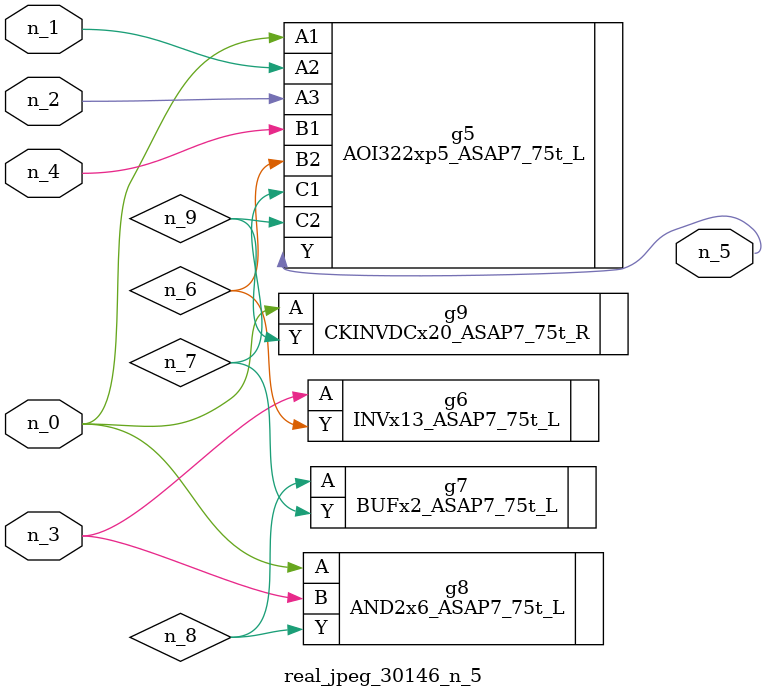
<source format=v>
module real_jpeg_30146_n_5 (n_4, n_0, n_1, n_2, n_3, n_5);

input n_4;
input n_0;
input n_1;
input n_2;
input n_3;

output n_5;

wire n_8;
wire n_6;
wire n_7;
wire n_9;

AOI322xp5_ASAP7_75t_L g5 ( 
.A1(n_0),
.A2(n_1),
.A3(n_2),
.B1(n_4),
.B2(n_6),
.C1(n_7),
.C2(n_9),
.Y(n_5)
);

AND2x6_ASAP7_75t_L g8 ( 
.A(n_0),
.B(n_3),
.Y(n_8)
);

CKINVDCx20_ASAP7_75t_R g9 ( 
.A(n_0),
.Y(n_9)
);

INVx13_ASAP7_75t_L g6 ( 
.A(n_3),
.Y(n_6)
);

BUFx2_ASAP7_75t_L g7 ( 
.A(n_8),
.Y(n_7)
);


endmodule
</source>
